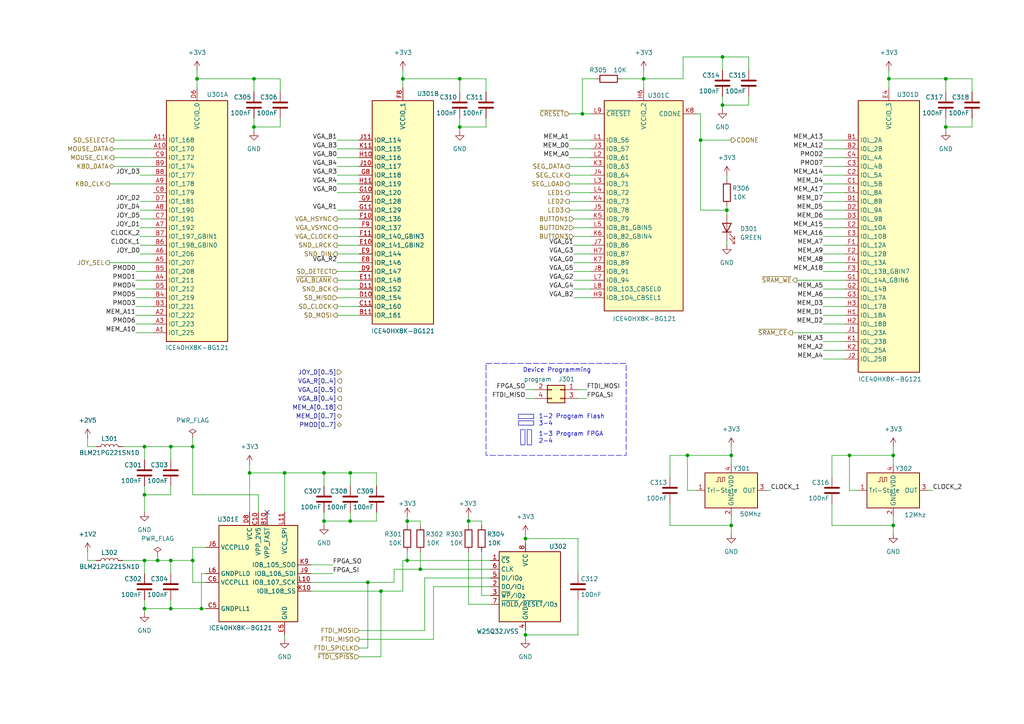
<source format=kicad_sch>
(kicad_sch (version 20250114) (generator "eeschema") (generator_version "9.0")
  (paper "A4")
  (title_block (title "Lattice ICE40HX8K Development board") (company "Stephen Moody"))
  (rectangle (start 140.97 105.41) (end 181.61 132.08) (stroke (width 0) (type dash)))
  (rectangle (start 150.368 122.047) (end 154.813 123.317) (fill (type color)))
  (rectangle (start 150.368 120.142) (end 154.813 121.412) (fill (type color)))
  (rectangle (start 152.908 129.032) (end 154.178 124.587) (fill (type color)))
  (rectangle (start 151.003 129.032) (end 152.273 124.587) (fill (type color)))
  (text "1-2 Program Flash\n3-4" (at 156.21 121.92 0) (effects (font (size 1.27 1.27)) (justify left)))
  (text "1-3 Program FPGA\n2-4" (at 156.21 127 0) (effects (font (size 1.27 1.27)) (justify left)))
  (text "Device Programming" (at 161.544 107.442 0) (effects (font (size 1.27 1.27))))
  (junction (at 93.98 151.13))
  (junction (at 274.32 36.83))
  (junction (at 57.15 22.86))
  (junction (at 203.2 40.64))
  (junction (at 133.35 22.86))
  (junction (at 101.6 137.16))
  (junction (at 73.66 22.86))
  (junction (at 49.53 176.53))
  (junction (at 41.91 162.56))
  (junction (at 186.69 22.86))
  (junction (at 259.08 152.4))
  (junction (at 41.91 143.51))
  (junction (at 212.09 132.08))
  (junction (at 110.49 171.45))
  (junction (at 49.53 162.56))
  (junction (at 199.39 132.08))
  (junction (at 101.6 151.13))
  (junction (at 58.42 176.53))
  (junction (at 210.82 60.96))
  (junction (at 135.89 151.13))
  (junction (at 259.08 132.08))
  (junction (at 257.81 22.86))
  (junction (at 41.91 176.53))
  (junction (at 45.72 162.56))
  (junction (at 72.39 137.16))
  (junction (at 93.98 137.16))
  (junction (at 274.32 22.86))
  (junction (at 168.91 33.02))
  (junction (at 212.09 152.4))
  (junction (at 121.92 165.1))
  (junction (at 133.35 36.83))
  (junction (at 49.53 129.54))
  (junction (at 152.4 156.21))
  (junction (at 106.68 168.91))
  (junction (at 152.4 184.15))
  (junction (at 209.55 30.48))
  (junction (at 116.84 22.86))
  (junction (at 246.38 132.08))
  (junction (at 118.11 162.56))
  (junction (at 82.55 137.16))
  (junction (at 55.88 162.56))
  (junction (at 55.88 129.54))
  (junction (at 41.91 129.54))
  (junction (at 118.11 151.13))
  (junction (at 209.55 16.51))
  (junction (at 73.66 36.83))
  (no_connect (at 77.47 148.59))
  (wire (pts (xy 97.79 68.58) (xy 104.14 68.58)))
  (wire (pts (xy 140.97 22.86) (xy 140.97 26.67)))
  (wire (pts (xy 140.97 36.83) (xy 133.35 36.83)))
  (wire (pts (xy 238.76 88.9) (xy 245.11 88.9)))
  (wire (pts (xy 97.79 50.8) (xy 104.14 50.8)))
  (wire (pts (xy 194.31 132.08) (xy 199.39 132.08)))
  (wire (pts (xy 198.12 22.86) (xy 186.69 22.86)))
  (wire (pts (xy 39.37 78.74) (xy 44.45 78.74)))
  (wire (pts (xy 106.68 168.91) (xy 114.3 168.91)))
  (wire (pts (xy 210.82 60.96) (xy 203.2 60.96)))
  (wire (pts (xy 39.37 81.28) (xy 44.45 81.28)))
  (wire (pts (xy 118.11 149.86) (xy 118.11 151.13)))
  (wire (pts (xy 257.81 22.86) (xy 274.32 22.86)))
  (wire (pts (xy 257.81 22.86) (xy 257.81 25.4)))
  (wire (pts (xy 152.4 182.88) (xy 152.4 184.15)))
  (wire (pts (xy 55.88 168.91) (xy 55.88 162.56)))
  (wire (pts (xy 101.6 137.16) (xy 101.6 140.97)))
  (wire (pts (xy 58.42 176.53) (xy 59.69 176.53)))
  (wire (pts (xy 152.4 154.94) (xy 152.4 156.21)))
  (wire (pts (xy 49.53 129.54) (xy 55.88 129.54)))
  (wire (pts (xy 101.6 137.16) (xy 109.22 137.16)))
  (wire (pts (xy 57.15 22.86) (xy 57.15 25.4)))
  (wire (pts (xy 231.14 81.28) (xy 245.11 81.28)))
  (wire (pts (xy 142.24 172.72) (xy 139.7 172.72)))
  (wire (pts (xy 199.39 132.08) (xy 212.09 132.08)))
  (wire (pts (xy 166.37 76.2) (xy 171.45 76.2)))
  (wire (pts (xy 281.94 36.83) (xy 274.32 36.83)))
  (wire (pts (xy 41.91 143.51) (xy 41.91 148.59)))
  (wire (pts (xy 209.55 16.51) (xy 217.17 16.51)))
  (wire (pts (xy 140.97 34.29) (xy 140.97 36.83)))
  (wire (pts (xy 203.2 33.02) (xy 203.2 40.64)))
  (wire (pts (xy 41.91 162.56) (xy 45.72 162.56)))
  (wire (pts (xy 72.39 134.62) (xy 72.39 137.16)))
  (wire (pts (xy 229.87 96.52) (xy 245.11 96.52)))
  (wire (pts (xy 97.79 48.26) (xy 104.14 48.26)))
  (wire (pts (xy 97.79 86.36) (xy 104.14 86.36)))
  (wire (pts (xy 210.82 50.8) (xy 210.82 52.07)))
  (wire (pts (xy 81.28 34.29) (xy 81.28 36.83)))
  (wire (pts (xy 97.79 78.74) (xy 104.14 78.74)))
  (wire (pts (xy 73.66 36.83) (xy 73.66 38.1)))
  (wire (pts (xy 33.02 48.26) (xy 44.45 48.26)))
  (wire (pts (xy 97.79 71.12) (xy 104.14 71.12)))
  (wire (pts (xy 40.64 63.5) (xy 44.45 63.5)))
  (wire (pts (xy 238.76 91.44) (xy 245.11 91.44)))
  (wire (pts (xy 238.76 50.8) (xy 245.11 50.8)))
  (wire (pts (xy 133.35 26.67) (xy 133.35 22.86)))
  (wire (pts (xy 72.39 137.16) (xy 82.55 137.16)))
  (wire (pts (xy 165.1 43.18) (xy 171.45 43.18)))
  (wire (pts (xy 212.09 152.4) (xy 212.09 154.94)))
  (wire (pts (xy 238.76 63.5) (xy 245.11 63.5)))
  (wire (pts (xy 97.79 76.2) (xy 104.14 76.2)))
  (wire (pts (xy 93.98 148.59) (xy 93.98 151.13)))
  (wire (pts (xy 152.4 113.03) (xy 154.94 113.03)))
  (wire (pts (xy 139.7 151.13) (xy 139.7 152.4)))
  (wire (pts (xy 257.81 20.32) (xy 257.81 22.86)))
  (wire (pts (xy 259.08 129.54) (xy 259.08 132.08)))
  (wire (pts (xy 57.15 20.32) (xy 57.15 22.86)))
  (wire (pts (xy 166.37 83.82) (xy 171.45 83.82)))
  (wire (pts (xy 97.79 45.72) (xy 104.14 45.72)))
  (wire (pts (xy 55.88 143.51) (xy 55.88 129.54)))
  (wire (pts (xy 41.91 176.53) (xy 41.91 177.8)))
  (wire (pts (xy 118.11 151.13) (xy 118.11 152.4)))
  (wire (pts (xy 209.55 30.48) (xy 209.55 31.75)))
  (wire (pts (xy 97.79 60.96) (xy 104.14 60.96)))
  (wire (pts (xy 97.79 66.04) (xy 104.14 66.04)))
  (wire (pts (xy 40.64 60.96) (xy 44.45 60.96)))
  (wire (pts (xy 93.98 151.13) (xy 93.98 152.4)))
  (wire (pts (xy 74.93 148.59) (xy 74.93 143.51)))
  (wire (pts (xy 116.84 22.86) (xy 116.84 25.4)))
  (wire (pts (xy 167.64 184.15) (xy 152.4 184.15)))
  (wire (pts (xy 41.91 166.37) (xy 41.91 162.56)))
  (wire (pts (xy 25.4 162.56) (xy 27.94 162.56)))
  (wire (pts (xy 97.79 40.64) (xy 104.14 40.64)))
  (wire (pts (xy 31.75 53.34) (xy 44.45 53.34)))
  (wire (pts (xy 58.42 166.37) (xy 58.42 176.53)))
  (wire (pts (xy 123.19 167.64) (xy 142.24 167.64)))
  (wire (pts (xy 39.37 91.44) (xy 44.45 91.44)))
  (wire (pts (xy 165.1 45.72) (xy 171.45 45.72)))
  (wire (pts (xy 104.14 187.96) (xy 106.68 187.96)))
  (wire (pts (xy 49.53 176.53) (xy 58.42 176.53)))
  (wire (pts (xy 209.55 20.32) (xy 209.55 16.51)))
  (wire (pts (xy 81.28 22.86) (xy 81.28 26.67)))
  (wire (pts (xy 152.4 184.15) (xy 152.4 185.42)))
  (wire (pts (xy 39.37 93.98) (xy 44.45 93.98)))
  (wire (pts (xy 166.37 86.36) (xy 171.45 86.36)))
  (wire (pts (xy 73.66 34.29) (xy 73.66 36.83)))
  (wire (pts (xy 33.02 45.72) (xy 44.45 45.72)))
  (wire (pts (xy 135.89 151.13) (xy 139.7 151.13)))
  (wire (pts (xy 142.24 175.26) (xy 135.89 175.26)))
  (wire (pts (xy 40.64 66.04) (xy 44.45 66.04)))
  (wire (pts (xy 33.02 40.64) (xy 44.45 40.64)))
  (wire (pts (xy 165.1 58.42) (xy 171.45 58.42)))
  (wire (pts (xy 259.08 132.08) (xy 259.08 134.62)))
  (wire (pts (xy 238.76 86.36) (xy 245.11 86.36)))
  (wire (pts (xy 238.76 68.58) (xy 245.11 68.58)))
  (wire (pts (xy 133.35 34.29) (xy 133.35 36.83)))
  (wire (pts (xy 238.76 58.42) (xy 245.11 58.42)))
  (wire (pts (xy 238.76 73.66) (xy 245.11 73.66)))
  (wire (pts (xy 33.02 43.18) (xy 44.45 43.18)))
  (wire (pts (xy 118.11 162.56) (xy 142.24 162.56)))
  (wire (pts (xy 165.1 60.96) (xy 171.45 60.96)))
  (wire (pts (xy 201.93 142.24) (xy 199.39 142.24)))
  (wire (pts (xy 212.09 129.54) (xy 212.09 132.08)))
  (wire (pts (xy 31.75 76.2) (xy 44.45 76.2)))
  (wire (pts (xy 246.38 142.24) (xy 246.38 132.08)))
  (wire (pts (xy 49.53 173.99) (xy 49.53 176.53)))
  (wire (pts (xy 101.6 151.13) (xy 93.98 151.13)))
  (wire (pts (xy 194.31 152.4) (xy 212.09 152.4)))
  (wire (pts (xy 281.94 22.86) (xy 281.94 26.67)))
  (wire (pts (xy 238.76 99.06) (xy 245.11 99.06)))
  (wire (pts (xy 97.79 81.28) (xy 104.14 81.28)))
  (wire (pts (xy 222.25 142.24) (xy 223.52 142.24)))
  (wire (pts (xy 82.55 184.15) (xy 82.55 185.42)))
  (wire (pts (xy 135.89 149.86) (xy 135.89 151.13)))
  (wire (pts (xy 40.64 50.8) (xy 44.45 50.8)))
  (wire (pts (xy 55.88 127) (xy 55.88 129.54)))
  (wire (pts (xy 238.76 101.6) (xy 245.11 101.6)))
  (wire (pts (xy 123.19 182.88) (xy 123.19 167.64)))
  (wire (pts (xy 59.69 158.75) (xy 55.88 158.75)))
  (wire (pts (xy 57.15 22.86) (xy 73.66 22.86)))
  (wire (pts (xy 166.37 78.74) (xy 171.45 78.74)))
  (wire (pts (xy 274.32 22.86) (xy 281.94 22.86)))
  (wire (pts (xy 25.4 127) (xy 25.4 129.54)))
  (wire (pts (xy 238.76 71.12) (xy 245.11 71.12)))
  (wire (pts (xy 40.64 58.42) (xy 44.45 58.42)))
  (wire (pts (xy 166.37 68.58) (xy 171.45 68.58)))
  (wire (pts (xy 203.2 40.64) (xy 203.2 60.96)))
  (wire (pts (xy 116.84 171.45) (xy 116.84 162.56)))
  (wire (pts (xy 49.53 140.97) (xy 49.53 143.51)))
  (wire (pts (xy 167.64 173.99) (xy 167.64 184.15)))
  (wire (pts (xy 238.76 60.96) (xy 245.11 60.96)))
  (wire (pts (xy 238.76 104.14) (xy 245.11 104.14)))
  (wire (pts (xy 167.64 115.57) (xy 170.18 115.57)))
  (wire (pts (xy 93.98 140.97) (xy 93.98 137.16)))
  (wire (pts (xy 93.98 137.16) (xy 101.6 137.16)))
  (wire (pts (xy 97.79 73.66) (xy 104.14 73.66)))
  (wire (pts (xy 101.6 148.59) (xy 101.6 151.13)))
  (wire (pts (xy 49.53 162.56) (xy 49.53 166.37)))
  (wire (pts (xy 125.73 170.18) (xy 142.24 170.18)))
  (wire (pts (xy 241.3 138.43) (xy 241.3 132.08)))
  (wire (pts (xy 165.1 33.02) (xy 168.91 33.02)))
  (wire (pts (xy 165.1 40.64) (xy 171.45 40.64)))
  (wire (pts (xy 118.11 160.02) (xy 118.11 162.56)))
  (wire (pts (xy 135.89 175.26) (xy 135.89 160.02)))
  (wire (pts (xy 259.08 149.86) (xy 259.08 152.4)))
  (wire (pts (xy 73.66 22.86) (xy 81.28 22.86)))
  (wire (pts (xy 194.31 146.05) (xy 194.31 152.4)))
  (wire (pts (xy 41.91 129.54) (xy 49.53 129.54)))
  (wire (pts (xy 186.69 20.32) (xy 186.69 22.86)))
  (wire (pts (xy 121.92 160.02) (xy 121.92 165.1)))
  (wire (pts (xy 166.37 63.5) (xy 171.45 63.5)))
  (wire (pts (xy 203.2 33.02) (xy 201.93 33.02)))
  (wire (pts (xy 25.4 129.54) (xy 27.94 129.54)))
  (wire (pts (xy 104.14 190.5) (xy 110.49 190.5)))
  (wire (pts (xy 133.35 36.83) (xy 133.35 38.1)))
  (wire (pts (xy 238.76 53.34) (xy 245.11 53.34)))
  (wire (pts (xy 238.76 55.88) (xy 245.11 55.88)))
  (wire (pts (xy 167.64 113.03) (xy 170.18 113.03)))
  (wire (pts (xy 109.22 137.16) (xy 109.22 140.97)))
  (wire (pts (xy 210.82 60.96) (xy 210.82 62.23)))
  (wire (pts (xy 238.76 66.04) (xy 245.11 66.04)))
  (wire (pts (xy 97.79 83.82) (xy 104.14 83.82)))
  (wire (pts (xy 180.34 22.86) (xy 186.69 22.86)))
  (wire (pts (xy 106.68 187.96) (xy 106.68 168.91)))
  (wire (pts (xy 59.69 168.91) (xy 55.88 168.91)))
  (wire (pts (xy 39.37 96.52) (xy 44.45 96.52)))
  (wire (pts (xy 72.39 137.16) (xy 72.39 148.59)))
  (wire (pts (xy 238.76 83.82) (xy 245.11 83.82)))
  (wire (pts (xy 73.66 26.67) (xy 73.66 22.86)))
  (wire (pts (xy 172.72 22.86) (xy 168.91 22.86)))
  (wire (pts (xy 59.69 166.37) (xy 58.42 166.37)))
  (wire (pts (xy 210.82 59.69) (xy 210.82 60.96)))
  (wire (pts (xy 166.37 71.12) (xy 171.45 71.12)))
  (wire (pts (xy 90.17 163.83) (xy 96.52 163.83)))
  (wire (pts (xy 217.17 27.94) (xy 217.17 30.48)))
  (wire (pts (xy 133.35 22.86) (xy 140.97 22.86)))
  (wire (pts (xy 209.55 16.51) (xy 198.12 16.51)))
  (wire (pts (xy 165.1 48.26) (xy 171.45 48.26)))
  (wire (pts (xy 199.39 142.24) (xy 199.39 132.08)))
  (wire (pts (xy 55.88 162.56) (xy 55.88 158.75)))
  (wire (pts (xy 114.3 165.1) (xy 121.92 165.1)))
  (wire (pts (xy 90.17 166.37) (xy 96.52 166.37)))
  (wire (pts (xy 203.2 40.64) (xy 212.09 40.64)))
  (wire (pts (xy 116.84 162.56) (xy 118.11 162.56)))
  (wire (pts (xy 152.4 115.57) (xy 154.94 115.57)))
  (wire (pts (xy 104.14 185.42) (xy 125.73 185.42)))
  (wire (pts (xy 238.76 48.26) (xy 245.11 48.26)))
  (wire (pts (xy 238.76 45.72) (xy 245.11 45.72)))
  (wire (pts (xy 40.64 71.12) (xy 44.45 71.12)))
  (wire (pts (xy 152.4 156.21) (xy 152.4 157.48)))
  (wire (pts (xy 97.79 55.88) (xy 104.14 55.88)))
  (wire (pts (xy 165.1 50.8) (xy 171.45 50.8)))
  (wire (pts (xy 166.37 81.28) (xy 171.45 81.28)))
  (wire (pts (xy 114.3 168.91) (xy 114.3 165.1)))
  (wire (pts (xy 39.37 86.36) (xy 44.45 86.36)))
  (wire (pts (xy 167.64 156.21) (xy 152.4 156.21)))
  (wire (pts (xy 121.92 165.1) (xy 142.24 165.1)))
  (wire (pts (xy 97.79 63.5) (xy 104.14 63.5)))
  (wire (pts (xy 186.69 22.86) (xy 186.69 25.4)))
  (wire (pts (xy 109.22 151.13) (xy 101.6 151.13)))
  (wire (pts (xy 49.53 129.54) (xy 49.53 133.35)))
  (wire (pts (xy 217.17 30.48) (xy 209.55 30.48)))
  (wire (pts (xy 104.14 182.88) (xy 123.19 182.88)))
  (wire (pts (xy 241.3 152.4) (xy 259.08 152.4)))
  (wire (pts (xy 246.38 132.08) (xy 259.08 132.08)))
  (wire (pts (xy 45.72 162.56) (xy 49.53 162.56)))
  (wire (pts (xy 166.37 66.04) (xy 171.45 66.04)))
  (wire (pts (xy 125.73 185.42) (xy 125.73 170.18)))
  (wire (pts (xy 274.32 36.83) (xy 274.32 38.1)))
  (wire (pts (xy 97.79 43.18) (xy 104.14 43.18)))
  (wire (pts (xy 116.84 22.86) (xy 133.35 22.86)))
  (wire (pts (xy 259.08 152.4) (xy 259.08 154.94)))
  (wire (pts (xy 165.1 53.34) (xy 171.45 53.34)))
  (wire (pts (xy 82.55 137.16) (xy 82.55 148.59)))
  (wire (pts (xy 110.49 171.45) (xy 116.84 171.45)))
  (wire (pts (xy 238.76 76.2) (xy 245.11 76.2)))
  (wire (pts (xy 135.89 151.13) (xy 135.89 152.4)))
  (wire (pts (xy 241.3 146.05) (xy 241.3 152.4)))
  (wire (pts (xy 116.84 20.32) (xy 116.84 22.86)))
  (wire (pts (xy 110.49 171.45) (xy 110.49 190.5)))
  (wire (pts (xy 49.53 176.53) (xy 41.91 176.53)))
  (wire (pts (xy 90.17 171.45) (xy 110.49 171.45)))
  (wire (pts (xy 40.64 68.58) (xy 44.45 68.58)))
  (wire (pts (xy 168.91 22.86) (xy 168.91 33.02)))
  (wire (pts (xy 212.09 132.08) (xy 212.09 134.62)))
  (wire (pts (xy 74.93 143.51) (xy 55.88 143.51)))
  (wire (pts (xy 39.37 83.82) (xy 44.45 83.82)))
  (wire (pts (xy 82.55 137.16) (xy 93.98 137.16)))
  (wire (pts (xy 198.12 16.51) (xy 198.12 22.86)))
  (wire (pts (xy 139.7 172.72) (xy 139.7 160.02)))
  (wire (pts (xy 25.4 160.02) (xy 25.4 162.56)))
  (wire (pts (xy 238.76 93.98) (xy 245.11 93.98)))
  (wire (pts (xy 238.76 43.18) (xy 245.11 43.18)))
  (wire (pts (xy 209.55 27.94) (xy 209.55 30.48)))
  (wire (pts (xy 41.91 162.56) (xy 35.56 162.56)))
  (wire (pts (xy 165.1 55.88) (xy 171.45 55.88)))
  (wire (pts (xy 49.53 162.56) (xy 55.88 162.56)))
  (wire (pts (xy 281.94 34.29) (xy 281.94 36.83)))
  (wire (pts (xy 167.64 166.37) (xy 167.64 156.21)))
  (wire (pts (xy 97.79 88.9) (xy 104.14 88.9)))
  (wire (pts (xy 121.92 151.13) (xy 121.92 152.4)))
  (wire (pts (xy 210.82 69.85) (xy 210.82 71.12)))
  (wire (pts (xy 41.91 140.97) (xy 41.91 143.51)))
  (wire (pts (xy 166.37 73.66) (xy 171.45 73.66)))
  (wire (pts (xy 41.91 129.54) (xy 35.56 129.54)))
  (wire (pts (xy 212.09 149.86) (xy 212.09 152.4)))
  (wire (pts (xy 217.17 16.51) (xy 217.17 20.32)))
  (wire (pts (xy 269.24 142.24) (xy 270.51 142.24)))
  (wire (pts (xy 248.92 142.24) (xy 246.38 142.24)))
  (wire (pts (xy 238.76 78.74) (xy 245.11 78.74)))
  (wire (pts (xy 40.64 73.66) (xy 44.45 73.66)))
  (wire (pts (xy 238.76 40.64) (xy 245.11 40.64)))
  (wire (pts (xy 194.31 138.43) (xy 194.31 132.08)))
  (wire (pts (xy 81.28 36.83) (xy 73.66 36.83)))
  (wire (pts (xy 118.11 151.13) (xy 121.92 151.13)))
  (wire (pts (xy 45.72 161.29) (xy 45.72 162.56)))
  (wire (pts (xy 274.32 34.29) (xy 274.32 36.83)))
  (wire (pts (xy 41.91 133.35) (xy 41.91 129.54)))
  (wire (pts (xy 39.37 88.9) (xy 44.45 88.9)))
  (wire (pts (xy 90.17 168.91) (xy 106.68 168.91)))
  (wire (pts (xy 97.79 53.34) (xy 104.14 53.34)))
  (wire (pts (xy 41.91 173.99) (xy 41.91 176.53)))
  (wire (pts (xy 49.53 143.51) (xy 41.91 143.51)))
  (wire (pts (xy 274.32 26.67) (xy 274.32 22.86)))
  (wire (pts (xy 241.3 132.08) (xy 246.38 132.08)))
  (wire (pts (xy 97.79 91.44) (xy 104.14 91.44)))
  (wire (pts (xy 168.91 33.02) (xy 171.45 33.02)))
  (wire (pts (xy 109.22 148.59) (xy 109.22 151.13)))
  (label "VGA_G5" (at 166.37 78.74 180))
  (label "FPGA_SI" (at 170.18 115.57 0))
  (label "MEM_A12" (at 238.76 43.18 180))
  (label "PMOD6" (at 39.37 93.98 180))
  (label "VGA_G4" (at 166.37 83.82 180))
  (label "MEM_A3" (at 238.76 99.06 180))
  (label "FPGA_SO" (at 96.52 163.83 0))
  (label "JOY_D3" (at 40.64 50.8 180))
  (label "PMOD2" (at 238.76 45.72 180))
  (label "VGA_B4" (at 97.79 48.26 180))
  (label "MEM_D5" (at 238.76 60.96 180))
  (label "MEM_A7" (at 238.76 71.12 180))
  (label "JOY_D2" (at 40.64 58.42 180))
  (label "PMOD0" (at 39.37 78.74 180))
  (label "MEM_D4" (at 238.76 53.34 180))
  (label "FTDI_MOSI" (at 170.18 113.03 0))
  (label "VGA_G0" (at 166.37 76.2 180))
  (label "VGA_R4" (at 97.79 53.34 180))
  (label "MEM_A11" (at 39.37 91.44 180))
  (label "MEM_D6" (at 238.76 63.5 180))
  (label "CLOCK_2" (at 270.51 142.24 0))
  (label "MEM_A14" (at 238.76 50.8 180))
  (label "VGA_R2" (at 97.79 76.2 180))
  (label "VGA_R0" (at 97.79 55.88 180))
  (label "JOY_D5" (at 40.64 63.5 180))
  (label "MEM_A16" (at 238.76 68.58 180))
  (label "MEM_D7" (at 238.76 58.42 180))
  (label "VGA_G2" (at 166.37 81.28 180))
  (label "JOY_D4" (at 40.64 60.96 180))
  (label "MEM_A10" (at 39.37 96.52 180))
  (label "MEM_A4" (at 238.76 104.14 180))
  (label "VGA_B1" (at 97.79 40.64 180))
  (label "PMOD3" (at 39.37 88.9 180))
  (label "FTDI_MISO" (at 152.4 115.57 180))
  (label "MEM_A2" (at 238.76 101.6 180))
  (label "JOY_D1" (at 40.64 66.04 180))
  (label "VGA_B3" (at 97.79 43.18 180))
  (label "FPGA_SO" (at 152.4 113.03 180))
  (label "MEM_D2" (at 238.76 93.98 180))
  (label "PMOD1" (at 39.37 81.28 180))
  (label "MEM_A8" (at 238.76 76.2 180))
  (label "MEM_A15" (at 238.76 66.04 180))
  (label "CLOCK_2" (at 40.64 68.58 180))
  (label "MEM_A6" (at 238.76 86.36 180))
  (label "MEM_D1" (at 238.76 91.44 180))
  (label "MEM_A0" (at 165.1 45.72 180))
  (label "MEM_A13" (at 238.76 40.64 180))
  (label "MEM_A18" (at 238.76 78.74 180))
  (label "VGA_R1" (at 97.79 60.96 180))
  (label "VGA_B0" (at 97.79 45.72 180))
  (label "PMOD5" (at 39.37 86.36 180))
  (label "VGA_G3" (at 166.37 73.66 180))
  (label "FPGA_SI" (at 96.52 166.37 0))
  (label "MEM_D3" (at 238.76 88.9 180))
  (label "JOY_D0" (at 40.64 73.66 180))
  (label "VGA_R3" (at 97.79 50.8 180))
  (label "MEM_D0" (at 165.1 43.18 180))
  (label "MEM_A1" (at 165.1 40.64 180))
  (label "CLOCK_1" (at 223.52 142.24 0))
  (label "MEM_A5" (at 238.76 83.82 180))
  (label "CLOCK_1" (at 40.64 71.12 180))
  (label "VGA_G1" (at 166.37 71.12 180))
  (label "MEM_A17" (at 238.76 55.88 180))
  (label "MEM_A9" (at 238.76 73.66 180))
  (label "PMOD7" (at 238.76 48.26 180))
  (label "PMOD4" (at 39.37 83.82 180))
  (label "VGA_B2" (at 166.37 86.36 180))
  (hierarchical_label "LED1" (shape output) (at 165.1 55.88 180))
  (hierarchical_label "VGA_CLOCK" (shape output) (at 97.79 68.58 180))
  (hierarchical_label "SD_CLOCK" (shape output) (at 97.79 88.9 180))
  (hierarchical_label "KBD_DATA" (shape bidirectional) (at 33.02 48.26 180))
  (hierarchical_label "SD_MOSI" (shape output) (at 97.79 91.44 180))
  (hierarchical_label "~{VGA_BLANK}" (shape output) (at 97.79 81.28 180))
  (hierarchical_label "FTDI_MISO" (shape output) (at 104.14 185.42 180))
  (hierarchical_label "MEM_D[0..7]" (shape bidirectional) (at 99.06 120.65 180))
  (hierarchical_label "VGA_HSYNC" (shape output) (at 97.79 63.5 180))
  (hierarchical_label "FTDI_SPICLK" (shape input) (at 104.14 187.96 180))
  (hierarchical_label "~{FTDI_SPISS}" (shape input) (at 104.14 190.5 180))
  (hierarchical_label "JOY_SEL" (shape output) (at 31.75 76.2 180))
  (hierarchical_label "KBD_CLK" (shape output) (at 31.75 53.34 180))
  (hierarchical_label "SND_DIN" (shape output) (at 97.79 73.66 180))
  (hierarchical_label "MOUSE_CLK" (shape output) (at 33.02 45.72 180))
  (hierarchical_label "BUTTON1" (shape input) (at 166.37 63.5 180))
  (hierarchical_label "LED2" (shape output) (at 165.1 58.42 180))
  (hierarchical_label "~{CRESET}" (shape input) (at 165.1 33.02 180))
  (hierarchical_label "SND_LRCK" (shape output) (at 97.79 71.12 180))
  (hierarchical_label "SEG_DATA" (shape output) (at 165.1 48.26 180))
  (hierarchical_label "MEM_A[0..18]" (shape output) (at 99.06 118.11 180))
  (hierarchical_label "FTDI_MOSI" (shape input) (at 104.14 182.88 180))
  (hierarchical_label "VGA_R[0..4]" (shape output) (at 99.06 110.49 180))
  (hierarchical_label "CDONE" (shape output) (at 212.09 40.64 0))
  (hierarchical_label "VGA_G[0..5]" (shape output) (at 99.06 113.03 180))
  (hierarchical_label "SEG_LOAD" (shape output) (at 165.1 53.34 180))
  (hierarchical_label "BUTTON3" (shape input) (at 166.37 68.58 180))
  (hierarchical_label "VGA_B[0..4]" (shape output) (at 99.06 115.57 180))
  (hierarchical_label "~{SRAM_CE}" (shape output) (at 229.87 96.52 180))
  (hierarchical_label "LED3" (shape output) (at 165.1 60.96 180))
  (hierarchical_label "SD_MISO" (shape input) (at 97.79 86.36 180))
  (hierarchical_label "SEG_CLK" (shape output) (at 165.1 50.8 180))
  (hierarchical_label "JOY_D[0..5]" (shape input) (at 99.06 107.95 180))
  (hierarchical_label "~{SRAM_WE}" (shape output) (at 231.14 81.28 180))
  (hierarchical_label "MOUSE_DATA" (shape bidirectional) (at 33.02 43.18 180))
  (hierarchical_label "SD_DETECT" (shape input) (at 97.79 78.74 180))
  (hierarchical_label "BUTTON2" (shape input) (at 166.37 66.04 180))
  (hierarchical_label "SND_BCK" (shape output) (at 97.79 83.82 180))
  (hierarchical_label "SD_SELECT" (shape output) (at 33.02 40.64 180))
  (hierarchical_label "VGA_VSYNC" (shape output) (at 97.79 66.04 180))
  (hierarchical_label "PMOD[0..7]" (shape bidirectional) (at 99.06 123.19 180))
  (symbol (lib_id "Device:L") (at 31.75 162.56 90) (unit 1)
    (property "Reference" "L302" (at 31.75 160.274 90))
    (property "Value" "BLM21PG221SN1D" (at 31.75 164.338 90))
    (property "Footprint" "Inductor_SMD:L_1206_3216Metric" (effects (hide yes)))
    (property "Description" "Inductor" (effects (hide yes)))
  )
  (symbol (lib_id "Device:C") (at 41.91 170.18 0) (mirror y) (unit 1)
    (property "Reference" "C302" (at 41.148 167.894 0) (effects (justify left)))
    (property "Value" "100nF" (at 41.148 172.466 0) (effects (justify left)))
    (property "Footprint" "Capacitor_SMD:C_0603_1608Metric" (effects (hide yes)))
    (property "Description" "Unpolarized capacitor" (effects (hide yes)))
  )
  (symbol (lib_id "power:+3V3") (at 118.11 149.86 0) (unit 1)
    (property "Reference" "#PWR0311" (effects (hide yes)))
    (property "Value" "+3V3" (at 118.11 146.05 0))
    (property "Description" "Power symbol creates a global label with name \"+3V3\"" (effects (hide yes)))
  )
  (symbol (lib_id "Device:R") (at 118.11 156.21 0) (mirror y) (unit 1)
    (property "Reference" "R301" (at 116.586 154.94 0) (effects (justify left)))
    (property "Value" "10K" (at 116.586 157.48 0) (effects (justify left)))
    (property "Footprint" "Resistor_SMD:R_0805_2012Metric" (effects (hide yes)))
    (property "Description" "Resistor" (effects (hide yes)))
  )
  (symbol (lib_id "Oscillator:ECS-2520MV-xxx-xx") (at 212.09 142.24 0) (unit 1)
    (property "Reference" "Y301" (at 215.138 135.89 0))
    (property "Value" "50Mhz" (at 217.678 149.098 0))
    (property "Footprint" "Oscillator:Oscillator_SMD_ECS_2520MV-xxx-xx-4Pin_2.5x2.0mm" (effects (hide yes)))
    (property "Datasheet" "https://www.ecsxtal.com/store/pdf/ECS-2520MV.pdf" (effects (hide yes)))
    (property "Description" "HCMOS Crystal Clock Oscillator, 2.5x2.0 mm SMD" (effects (hide yes)))
    (property "PN" "ECS-2520MV-500-BL-TR" (effects (hide yes)))
  )
  (symbol (lib_id "Device:C") (at 241.3 142.24 0) (mirror y) (unit 1)
    (property "Reference" "C316" (at 240.538 139.954 0) (effects (justify left)))
    (property "Value" "100nF" (at 240.538 144.526 0) (effects (justify left)))
    (property "Footprint" "Capacitor_SMD:C_0603_1608Metric" (effects (hide yes)))
    (property "Description" "Unpolarized capacitor" (effects (hide yes)))
  )
  (symbol (lib_id "FPGA_Lattice:ICE40HX8K-BG121") (at 257.81 68.58 0) (unit 4)
    (property "Reference" "U301" (at 260.096 27.432 0) (effects (justify left)))
    (property "Value" "ICE40HX8K-BG121" (at 248.92 109.982 0) (effects (justify left)))
    (property "Footprint" "Package_BGA:BGA-121_9.0x9.0mm_Layout11x11_P0.8mm_Ball0.4mm_Pad0.35mm_NSMD" (effects (hide yes)))
    (property "Datasheet" "http://www.latticesemi.com/Products/FPGAandCPLD/iCE40" (effects (hide yes)))
    (property "Description" "iCE40 HX FPGA, 7680 LUTs, 1.2V, BGA-121" (effects (hide yes)))
  )
  (symbol (lib_id "Device:C") (at 194.31 142.24 0) (mirror y) (unit 1)
    (property "Reference" "C313" (at 193.548 139.954 0) (effects (justify left)))
    (property "Value" "100nF" (at 193.548 144.526 0) (effects (justify left)))
    (property "Footprint" "Capacitor_SMD:C_0603_1608Metric" (effects (hide yes)))
    (property "Description" "Unpolarized capacitor" (effects (hide yes)))
  )
  (symbol (lib_id "power:GND") (at 210.82 71.12 0) (unit 1)
    (property "Reference" "#PWR0319" (effects (hide yes)))
    (property "Value" "GND" (at 210.82 76.2 0))
    (property "Description" "Power symbol creates a global label with name \"GND\" , ground" (effects (hide yes)))
  )
  (symbol (lib_id "Device:R") (at 176.53 22.86 90) (unit 1)
    (property "Reference" "R305" (at 173.482 20.32 90))
    (property "Value" "10K" (at 179.832 20.32 90))
    (property "Footprint" "Resistor_SMD:R_0805_2012Metric" (effects (hide yes)))
    (property "Description" "Resistor" (effects (hide yes)))
  )
  (symbol (lib_id "power:GND") (at 152.4 185.42 0) (unit 1)
    (property "Reference" "#PWR0315" (effects (hide yes)))
    (property "Value" "GND" (at 152.4 190.5 0))
    (property "Description" "Power symbol creates a global label with name \"GND\" , ground" (effects (hide yes)))
  )
  (symbol (lib_id "power:+3V3") (at 210.82 50.8 0) (unit 1)
    (property "Reference" "#PWR0318" (effects (hide yes)))
    (property "Value" "+3V3" (at 210.82 45.72 0))
    (property "Description" "Power symbol creates a global label with name \"+3V3\"" (effects (hide yes)))
  )
  (symbol (lib_id "power:PWR_FLAG") (at 45.72 161.29 0) (unit 1)
    (property "Reference" "#FLG0301" (effects (hide yes)))
    (property "Value" "PWR_FLAG" (at 45.72 156.21 0))
    (property "Description" "Special symbol for telling ERC where power comes from" (effects (hide yes)))
  )
  (symbol (lib_id "power:+3V3") (at 57.15 20.32 0) (unit 1)
    (property "Reference" "#PWR0305" (effects (hide yes)))
    (property "Value" "+3V3" (at 57.15 15.24 0))
    (property "Description" "Power symbol creates a global label with name \"+3V3\"" (effects (hide yes)))
  )
  (symbol (lib_id "Device:C") (at 73.66 30.48 0) (mirror y) (unit 1)
    (property "Reference" "C305" (at 72.898 28.194 0) (effects (justify left)))
    (property "Value" "100nF" (at 72.898 32.766 0) (effects (justify left)))
    (property "Footprint" "Capacitor_SMD:C_0603_1608Metric" (effects (hide yes)))
    (property "Description" "Unpolarized capacitor" (effects (hide yes)))
  )
  (symbol (lib_id "power:+3V3") (at 186.69 20.32 0) (unit 1)
    (property "Reference" "#PWR0316" (effects (hide yes)))
    (property "Value" "+3V3" (at 186.69 15.24 0))
    (property "Description" "Power symbol creates a global label with name \"+3V3\"" (effects (hide yes)))
  )
  (symbol (lib_id "power:+3V3") (at 152.4 154.94 0) (unit 1)
    (property "Reference" "#PWR0314" (effects (hide yes)))
    (property "Value" "+3V3" (at 152.4 149.86 0))
    (property "Description" "Power symbol creates a global label with name \"+3V3\"" (effects (hide yes)))
  )
  (symbol (lib_id "Device:L") (at 31.75 129.54 90) (unit 1)
    (property "Reference" "L301" (at 31.75 127.254 90))
    (property "Value" "BLM21PG221SN1D" (at 31.75 131.318 90))
    (property "Footprint" "Inductor_SMD:L_1206_3216Metric" (effects (hide yes)))
    (property "Description" "Inductor" (effects (hide yes)))
  )
  (symbol (lib_id "power:GND") (at 259.08 154.94 0) (unit 1)
    (property "Reference" "#PWR0324" (effects (hide yes)))
    (property "Value" "GND" (at 259.08 160.02 0))
    (property "Description" "Power symbol creates a global label with name \"GND\" , ground" (effects (hide yes)))
  )
  (symbol (lib_id "power:+3V3") (at 212.09 129.54 0) (unit 1)
    (property "Reference" "#PWR0320" (effects (hide yes)))
    (property "Value" "+3V3" (at 212.09 124.46 0))
    (property "Description" "Power symbol creates a global label with name \"+3V3\"" (effects (hide yes)))
  )
  (symbol (lib_id "Device:C") (at 101.6 144.78 0) (mirror y) (unit 1)
    (property "Reference" "C308" (at 100.838 142.494 0) (effects (justify left)))
    (property "Value" "100nF" (at 100.838 147.066 0) (effects (justify left)))
    (property "Footprint" "Capacitor_SMD:C_0603_1608Metric" (effects (hide yes)))
    (property "Description" "Unpolarized capacitor" (effects (hide yes)))
  )
  (symbol (lib_id "power:+3V3") (at 135.89 149.86 0) (unit 1)
    (property "Reference" "#PWR0313" (effects (hide yes)))
    (property "Value" "+3V3" (at 135.636 146.05 0))
    (property "Description" "Power symbol creates a global label with name \"+3V3\"" (effects (hide yes)))
  )
  (symbol (lib_id "Device:R") (at 135.89 156.21 0) (mirror y) (unit 1)
    (property "Reference" "R303" (at 134.366 154.94 0) (effects (justify left)))
    (property "Value" "10K" (at 134.366 157.48 0) (effects (justify left)))
    (property "Footprint" "Resistor_SMD:R_0805_2012Metric" (effects (hide yes)))
    (property "Description" "Resistor" (effects (hide yes)))
  )
  (symbol (lib_id "power:GND") (at 41.91 177.8 0) (unit 1)
    (property "Reference" "#PWR0304" (effects (hide yes)))
    (property "Value" "GND" (at 41.91 182.88 0))
    (property "Description" "Power symbol creates a global label with name \"GND\" , ground" (effects (hide yes)))
  )
  (symbol (lib_id "Device:C") (at 109.22 144.78 0) (mirror y) (unit 1)
    (property "Reference" "C309" (at 108.458 142.494 0) (effects (justify left)))
    (property "Value" "100nF" (at 108.458 147.066 0) (effects (justify left)))
    (property "Footprint" "Capacitor_SMD:C_0603_1608Metric" (effects (hide yes)))
    (property "Description" "Unpolarized capacitor" (effects (hide yes)))
  )
  (symbol (lib_id "power:+3V3") (at 116.84 20.32 0) (unit 1)
    (property "Reference" "#PWR0310" (effects (hide yes)))
    (property "Value" "+3V3" (at 116.84 15.24 0))
    (property "Description" "Power symbol creates a global label with name \"+3V3\"" (effects (hide yes)))
  )
  (symbol (lib_id "power:GND") (at 209.55 31.75 0) (unit 1)
    (property "Reference" "#PWR0317" (effects (hide yes)))
    (property "Value" "GND" (at 209.55 36.83 0))
    (property "Description" "Power symbol creates a global label with name \"GND\" , ground" (effects (hide yes)))
  )
  (symbol (lib_id "Device:C") (at 217.17 24.13 0) (mirror y) (unit 1)
    (property "Reference" "C315" (at 216.408 21.844 0) (effects (justify left)))
    (property "Value" "100nF" (at 216.408 26.416 0) (effects (justify left)))
    (property "Footprint" "Capacitor_SMD:C_0603_1608Metric" (effects (hide yes)))
    (property "Description" "Unpolarized capacitor" (effects (hide yes)))
  )
  (symbol (lib_id "Device:C") (at 209.55 24.13 0) (mirror y) (unit 1)
    (property "Reference" "C314" (at 208.788 21.844 0) (effects (justify left)))
    (property "Value" "100nF" (at 208.788 26.416 0) (effects (justify left)))
    (property "Footprint" "Capacitor_SMD:C_0603_1608Metric" (effects (hide yes)))
    (property "Description" "Unpolarized capacitor" (effects (hide yes)))
  )
  (symbol (lib_id "FPGA_Lattice:ICE40HX8K-BG121") (at 57.15 60.96 0) (unit 1)
    (property "Reference" "U301" (at 59.944 27.432 0) (effects (justify left)))
    (property "Value" "ICE40HX8K-BG121" (at 48.006 100.838 0) (effects (justify left)))
    (property "Footprint" "Package_BGA:BGA-121_9.0x9.0mm_Layout11x11_P0.8mm_Ball0.4mm_Pad0.35mm_NSMD" (effects (hide yes)))
    (property "Datasheet" "http://www.latticesemi.com/Products/FPGAandCPLD/iCE40" (effects (hide yes)))
    (property "Description" "iCE40 HX FPGA, 7680 LUTs, 1.2V, BGA-121" (effects (hide yes)))
  )
  (symbol (lib_id "FPGA_Lattice:ICE40HX8K-BG121") (at 186.69 58.42 0) (unit 3)
    (property "Reference" "U301" (at 191.008 27.686 0))
    (property "Value" "ICE40HX8K-BG121" (at 186.944 92.456 0))
    (property "Footprint" "Package_BGA:BGA-121_9.0x9.0mm_Layout11x11_P0.8mm_Ball0.4mm_Pad0.35mm_NSMD" (effects (hide yes)))
    (property "Datasheet" "http://www.latticesemi.com/Products/FPGAandCPLD/iCE40" (effects (hide yes)))
    (property "Description" "iCE40 HX FPGA, 7680 LUTs, 1.2V, BGA-121" (effects (hide yes)))
  )
  (symbol (lib_id "Device:C") (at 81.28 30.48 0) (mirror y) (unit 1)
    (property "Reference" "C306" (at 80.518 28.194 0) (effects (justify left)))
    (property "Value" "100nF" (at 80.518 32.766 0) (effects (justify left)))
    (property "Footprint" "Capacitor_SMD:C_0603_1608Metric" (effects (hide yes)))
    (property "Description" "Unpolarized capacitor" (effects (hide yes)))
  )
  (symbol (lib_id "power:GND") (at 133.35 38.1 0) (unit 1)
    (property "Reference" "#PWR0312" (effects (hide yes)))
    (property "Value" "GND" (at 133.35 43.18 0))
    (property "Description" "Power symbol creates a global label with name \"GND\" , ground" (effects (hide yes)))
  )
  (symbol (lib_id "Device:R") (at 121.92 156.21 0) (unit 1)
    (property "Reference" "R302" (at 123.444 154.94 0) (effects (justify left)))
    (property "Value" "10K" (at 123.698 157.48 0) (effects (justify left)))
    (property "Footprint" "Resistor_SMD:R_0805_2012Metric" (effects (hide yes)))
    (property "Description" "Resistor" (effects (hide yes)))
  )
  (symbol (lib_id "FPGA_Lattice:ICE40HX8K-BG121") (at 116.84 60.96 0) (unit 2)
    (property "Reference" "U301" (at 120.904 27.178 0) (effects (justify left)))
    (property "Value" "ICE40HX8K-BG121" (at 107.696 96.012 0) (effects (justify left)))
    (property "Footprint" "Package_BGA:BGA-121_9.0x9.0mm_Layout11x11_P0.8mm_Ball0.4mm_Pad0.35mm_NSMD" (effects (hide yes)))
    (property "Datasheet" "http://www.latticesemi.com/Products/FPGAandCPLD/iCE40" (effects (hide yes)))
    (property "Description" "iCE40 HX FPGA, 7680 LUTs, 1.2V, BGA-121" (effects (hide yes)))
  )
  (symbol (lib_id "power:+2V5") (at 25.4 127 0) (unit 1)
    (property "Reference" "#PWR0301" (effects (hide yes)))
    (property "Value" "+2V5" (at 25.4 121.92 0))
    (property "Description" "Power symbol creates a global label with name \"+2V5\"" (effects (hide yes)))
  )
  (symbol (lib_id "Device:C") (at 133.35 30.48 0) (mirror y) (unit 1)
    (property "Reference" "C310" (at 132.588 28.194 0) (effects (justify left)))
    (property "Value" "100nF" (at 132.588 32.766 0) (effects (justify left)))
    (property "Footprint" "Capacitor_SMD:C_0603_1608Metric" (effects (hide yes)))
    (property "Description" "Unpolarized capacitor" (effects (hide yes)))
  )
  (symbol (lib_id "power:PWR_FLAG") (at 55.88 127 0) (unit 1)
    (property "Reference" "#FLG0302" (effects (hide yes)))
    (property "Value" "PWR_FLAG" (at 55.88 121.92 0))
    (property "Description" "Special symbol for telling ERC where power comes from" (effects (hide yes)))
  )
  (symbol (lib_id "power:+3V3") (at 257.81 20.32 0) (unit 1)
    (property "Reference" "#PWR0322" (effects (hide yes)))
    (property "Value" "+3V3" (at 257.81 15.24 0))
    (property "Description" "Power symbol creates a global label with name \"+3V3\"" (effects (hide yes)))
  )
  (symbol (lib_id "FPGA_Lattice:ICE40HX8K-BG121") (at 74.93 166.37 0) (mirror y) (unit 5)
    (property "Reference" "U301" (at 69.342 150.622 0) (effects (justify left)))
    (property "Value" "ICE40HX8K-BG121" (at 78.994 182.118 0) (effects (justify left)))
    (property "Footprint" "Package_BGA:BGA-121_9.0x9.0mm_Layout11x11_P0.8mm_Ball0.4mm_Pad0.35mm_NSMD" (effects (hide yes)))
    (property "Datasheet" "http://www.latticesemi.com/Products/FPGAandCPLD/iCE40" (effects (hide yes)))
    (property "Description" "iCE40 HX FPGA, 7680 LUTs, 1.2V, BGA-121" (effects (hide yes)))
  )
  (symbol (lib_id "power:GND") (at 41.91 148.59 0) (unit 1)
    (property "Reference" "#PWR0303" (effects (hide yes)))
    (property "Value" "GND" (at 41.91 153.67 0))
    (property "Description" "Power symbol creates a global label with name \"GND\" , ground" (effects (hide yes)))
  )
  (symbol (lib_id "power:GND") (at 73.66 38.1 0) (unit 1)
    (property "Reference" "#PWR0307" (effects (hide yes)))
    (property "Value" "GND" (at 73.66 43.18 0))
    (property "Description" "Power symbol creates a global label with name \"GND\" , ground" (effects (hide yes)))
  )
  (symbol (lib_id "Memory_Flash:W25Q32JVSS") (at 152.4 170.18 0) (unit 1)
    (property "Reference" "U302" (at 159.258 158.496 0) (effects (justify left)))
    (property "Value" "W25Q32JVSS" (at 138.176 183.134 0) (effects (justify left)))
    (property "Footprint" "Package_SO:SOIC-8_5.3x5.3mm_P1.27mm" (effects (hide yes)))
    (property "Datasheet" "http://www.winbond.com/resource-files/w25q32jv%20revg%2003272018%20plus.pdf" (effects (hide yes)))
    (property "Description" "32Mbit / 4MiB Serial Flash Memory, Standard/Dual/Quad SPI, 2.7-3.6V, SOIC-8 (208 mil)" (effects (hide yes)))
  )
  (symbol (lib_id "Device:C") (at 274.32 30.48 0) (mirror y) (unit 1)
    (property "Reference" "C317" (at 273.558 28.194 0) (effects (justify left)))
    (property "Value" "100nF" (at 273.558 32.766 0) (effects (justify left)))
    (property "Footprint" "Capacitor_SMD:C_0603_1608Metric" (effects (hide yes)))
    (property "Description" "Unpolarized capacitor" (effects (hide yes)))
  )
  (symbol (lib_id "Device:C") (at 49.53 137.16 0) (mirror y) (unit 1)
    (property "Reference" "C303" (at 48.768 134.874 0) (effects (justify left)))
    (property "Value" "100nF" (at 48.768 139.446 0) (effects (justify left)))
    (property "Footprint" "Capacitor_SMD:C_0603_1608Metric" (effects (hide yes)))
    (property "Description" "Unpolarized capacitor" (effects (hide yes)))
  )
  (symbol (lib_id "power:+1V2") (at 25.4 160.02 0) (unit 1)
    (property "Reference" "#PWR0302" (effects (hide yes)))
    (property "Value" "+1V2" (at 25.4 154.94 0))
    (property "Description" "Power symbol creates a global label with name \"+1V2\"" (effects (hide yes)))
  )
  (symbol (lib_id "Device:C") (at 167.64 170.18 0) (unit 1)
    (property "Reference" "C312" (at 168.402 167.894 0) (effects (justify left)))
    (property "Value" "100nF" (at 168.402 172.466 0) (effects (justify left)))
    (property "Footprint" "Capacitor_SMD:C_0603_1608Metric" (effects (hide yes)))
    (property "Description" "Unpolarized capacitor" (effects (hide yes)))
  )
  (symbol (lib_id "power:+3V3") (at 72.39 134.62 0) (unit 1)
    (property "Reference" "#PWR0306" (effects (hide yes)))
    (property "Value" "+3V3" (at 72.39 129.54 0))
    (property "Description" "Power symbol creates a global label with name \"+3V3\"" (effects (hide yes)))
  )
  (symbol (lib_id "Oscillator:ECS-2520MV-xxx-xx") (at 259.08 142.24 0) (unit 1)
    (property "Reference" "Y302" (at 262.128 135.89 0))
    (property "Value" "12Mhz" (at 265.43 149.352 0))
    (property "Footprint" "Oscillator:Oscillator_SMD_ECS_2520MV-xxx-xx-4Pin_2.5x2.0mm" (effects (hide yes)))
    (property "Datasheet" "https://www.ecsxtal.com/store/pdf/ECS-2520MV.pdf" (effects (hide yes)))
    (property "Description" "HCMOS Crystal Clock Oscillator, 2.5x2.0 mm SMD" (effects (hide yes)))
    (property "PN" "ECS-2520MV-120-BL-TR " (effects (hide yes)))
  )
  (symbol (lib_id "Device:C") (at 41.91 137.16 0) (mirror y) (unit 1)
    (property "Reference" "C301" (at 41.148 134.874 0) (effects (justify left)))
    (property "Value" "100nF" (at 41.148 139.446 0) (effects (justify left)))
    (property "Footprint" "Capacitor_SMD:C_0603_1608Metric" (effects (hide yes)))
    (property "Description" "Unpolarized capacitor" (effects (hide yes)))
  )
  (symbol (lib_id "power:GND") (at 93.98 152.4 0) (unit 1)
    (property "Reference" "#PWR0309" (effects (hide yes)))
    (property "Value" "GND" (at 93.98 157.48 0))
    (property "Description" "Power symbol creates a global label with name \"GND\" , ground" (effects (hide yes)))
  )
  (symbol (lib_id "Device:C") (at 49.53 170.18 0) (mirror y) (unit 1)
    (property "Reference" "C304" (at 48.768 167.894 0) (effects (justify left)))
    (property "Value" "100nF" (at 48.768 172.466 0) (effects (justify left)))
    (property "Footprint" "Capacitor_SMD:C_0603_1608Metric" (effects (hide yes)))
    (property "Description" "Unpolarized capacitor" (effects (hide yes)))
  )
  (symbol (lib_id "power:+3V3") (at 259.08 129.54 0) (unit 1)
    (property "Reference" "#PWR0323" (effects (hide yes)))
    (property "Value" "+3V3" (at 259.08 124.46 0))
    (property "Description" "Power symbol creates a global label with name \"+3V3\"" (effects (hide yes)))
  )
  (symbol (lib_id "Device:C") (at 93.98 144.78 0) (mirror y) (unit 1)
    (property "Reference" "C307" (at 93.218 142.494 0) (effects (justify left)))
    (property "Value" "100nF" (at 93.218 147.066 0) (effects (justify left)))
    (property "Footprint" "Capacitor_SMD:C_0603_1608Metric" (effects (hide yes)))
    (property "Description" "Unpolarized capacitor" (effects (hide yes)))
  )
  (symbol (lib_id "Device:R") (at 210.82 55.88 0) (unit 1)
    (property "Reference" "R306" (at 212.344 54.61 0) (effects (justify left)))
    (property "Value" "10K" (at 212.598 57.15 0) (effects (justify left)))
    (property "Footprint" "Resistor_SMD:R_0805_2012Metric" (effects (hide yes)))
    (property "Description" "Resistor" (effects (hide yes)))
  )
  (symbol (lib_id "power:GND") (at 274.32 38.1 0) (unit 1)
    (property "Reference" "#PWR0325" (effects (hide yes)))
    (property "Value" "GND" (at 274.32 43.18 0))
    (property "Description" "Power symbol creates a global label with name \"GND\" , ground" (effects (hide yes)))
  )
  (symbol (lib_id "power:GND") (at 212.09 154.94 0) (unit 1)
    (property "Reference" "#PWR0321" (effects (hide yes)))
    (property "Value" "GND" (at 212.09 160.02 0))
    (property "Description" "Power symbol creates a global label with name \"GND\" , ground" (effects (hide yes)))
  )
  (symbol (lib_id "Device:R") (at 139.7 156.21 0) (unit 1)
    (property "Reference" "R304" (at 141.224 154.94 0) (effects (justify left)))
    (property "Value" "10K" (at 141.478 157.48 0) (effects (justify left)))
    (property "Footprint" "Resistor_SMD:R_0805_2012Metric" (effects (hide yes)))
    (property "Description" "Resistor" (effects (hide yes)))
  )
  (symbol (lib_id "Device:C") (at 281.94 30.48 0) (mirror y) (unit 1)
    (property "Reference" "C318" (at 281.178 28.194 0) (effects (justify left)))
    (property "Value" "100nF" (at 281.178 32.766 0) (effects (justify left)))
    (property "Footprint" "Capacitor_SMD:C_0603_1608Metric" (effects (hide yes)))
    (property "Description" "Unpolarized capacitor" (effects (hide yes)))
  )
  (symbol (lib_id "power:GND") (at 82.55 185.42 0) (unit 1)
    (property "Reference" "#PWR0308" (effects (hide yes)))
    (property "Value" "GND" (at 82.55 190.5 0))
    (property "Description" "Power symbol creates a global label with name \"GND\" , ground" (effects (hide yes)))
  )
  (symbol (lib_id "Connector_Generic:Conn_02x02_Odd_Even") (at 162.56 113.03 0) (mirror y) (unit 1)
    (property "Reference" "J301" (at 164.338 109.982 0))
    (property "Value" "program" (at 155.956 109.982 0))
    (property "Footprint" "Connector_PinSocket_2.54mm:PinSocket_2x02_P2.54mm_Vertical" (effects (hide yes)))
    (property "Description" "Generic connector, double row, 02x02, odd/even pin numbering scheme (row 1 odd numbers, row 2 even numbers), script generated (kicad-library-utils/schlib/autogen/connector/)" (effects (hide yes)))
  )
  (symbol (lib_id "Device:C") (at 140.97 30.48 0) (mirror y) (unit 1)
    (property "Reference" "C311" (at 140.208 28.194 0) (effects (justify left)))
    (property "Value" "100nF" (at 140.208 32.766 0) (effects (justify left)))
    (property "Footprint" "Capacitor_SMD:C_0603_1608Metric" (effects (hide yes)))
    (property "Description" "Unpolarized capacitor" (effects (hide yes)))
  )
  (symbol (lib_id "Device:LED") (at 210.82 66.04 90) (unit 1)
    (property "Reference" "D301" (at 214.63 66.3574 90) (effects (justify right)))
    (property "Value" "GREEN" (at 214.63 68.8974 90) (effects (justify right)))
    (property "Footprint" "LED_SMD:LED_1206_3216Metric" (effects (hide yes)))
    (property "Description" "Light emitting diode" (effects (hide yes)))
    (property "Sim.Pins" "1=K 2=A" (effects (hide yes)))
  )
)
</source>
